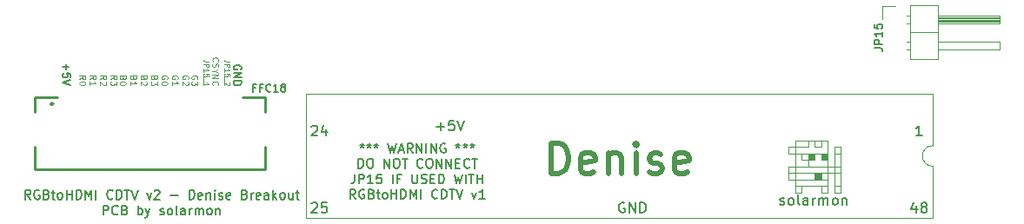
<source format=gbr>
G04 #@! TF.GenerationSoftware,KiCad,Pcbnew,(5.1.12)-1*
G04 #@! TF.CreationDate,2022-01-29T13:41:42+00:00*
G04 #@! TF.ProjectId,RGBtoHDMI CDTV v2 - Denise Breakout,52474274-6f48-4444-9d49-204344545620,v2*
G04 #@! TF.SameCoordinates,Original*
G04 #@! TF.FileFunction,Legend,Top*
G04 #@! TF.FilePolarity,Positive*
%FSLAX46Y46*%
G04 Gerber Fmt 4.6, Leading zero omitted, Abs format (unit mm)*
G04 Created by KiCad (PCBNEW (5.1.12)-1) date 2022-01-29 13:41:42*
%MOMM*%
%LPD*%
G01*
G04 APERTURE LIST*
%ADD10C,0.100000*%
%ADD11C,0.150000*%
%ADD12C,0.500000*%
%ADD13C,0.120000*%
%ADD14C,0.254000*%
G04 APERTURE END LIST*
D10*
X94761809Y-68893666D02*
X94404666Y-68893666D01*
X94333238Y-68869857D01*
X94285619Y-68822238D01*
X94261809Y-68750809D01*
X94261809Y-68703190D01*
X94261809Y-69131761D02*
X94761809Y-69131761D01*
X94761809Y-69322238D01*
X94738000Y-69369857D01*
X94714190Y-69393666D01*
X94666571Y-69417476D01*
X94595142Y-69417476D01*
X94547523Y-69393666D01*
X94523714Y-69369857D01*
X94499904Y-69322238D01*
X94499904Y-69131761D01*
X94261809Y-69893666D02*
X94261809Y-69607952D01*
X94261809Y-69750809D02*
X94761809Y-69750809D01*
X94690380Y-69703190D01*
X94642761Y-69655571D01*
X94618952Y-69607952D01*
X94761809Y-70346047D02*
X94761809Y-70107952D01*
X94523714Y-70084142D01*
X94547523Y-70107952D01*
X94571333Y-70155571D01*
X94571333Y-70274619D01*
X94547523Y-70322238D01*
X94523714Y-70346047D01*
X94476095Y-70369857D01*
X94357047Y-70369857D01*
X94309428Y-70346047D01*
X94285619Y-70322238D01*
X94261809Y-70274619D01*
X94261809Y-70155571D01*
X94285619Y-70107952D01*
X94309428Y-70084142D01*
X94214190Y-70465095D02*
X94214190Y-70846047D01*
X94714190Y-70941285D02*
X94738000Y-70965095D01*
X94761809Y-71012714D01*
X94761809Y-71131761D01*
X94738000Y-71179380D01*
X94714190Y-71203190D01*
X94666571Y-71227000D01*
X94618952Y-71227000D01*
X94547523Y-71203190D01*
X94261809Y-70917476D01*
X94261809Y-71227000D01*
X92729809Y-68893666D02*
X92372666Y-68893666D01*
X92301238Y-68869857D01*
X92253619Y-68822238D01*
X92229809Y-68750809D01*
X92229809Y-68703190D01*
X92229809Y-69131761D02*
X92729809Y-69131761D01*
X92729809Y-69322238D01*
X92706000Y-69369857D01*
X92682190Y-69393666D01*
X92634571Y-69417476D01*
X92563142Y-69417476D01*
X92515523Y-69393666D01*
X92491714Y-69369857D01*
X92467904Y-69322238D01*
X92467904Y-69131761D01*
X92229809Y-69893666D02*
X92229809Y-69607952D01*
X92229809Y-69750809D02*
X92729809Y-69750809D01*
X92658380Y-69703190D01*
X92610761Y-69655571D01*
X92586952Y-69607952D01*
X92729809Y-70346047D02*
X92729809Y-70107952D01*
X92491714Y-70084142D01*
X92515523Y-70107952D01*
X92539333Y-70155571D01*
X92539333Y-70274619D01*
X92515523Y-70322238D01*
X92491714Y-70346047D01*
X92444095Y-70369857D01*
X92325047Y-70369857D01*
X92277428Y-70346047D01*
X92253619Y-70322238D01*
X92229809Y-70274619D01*
X92229809Y-70155571D01*
X92253619Y-70107952D01*
X92277428Y-70084142D01*
X92182190Y-70465095D02*
X92182190Y-70846047D01*
X92229809Y-71227000D02*
X92229809Y-70941285D01*
X92229809Y-71084142D02*
X92729809Y-71084142D01*
X92658380Y-71036523D01*
X92610761Y-70988904D01*
X92586952Y-70941285D01*
D11*
X133223095Y-82685000D02*
X133127857Y-82637380D01*
X132985000Y-82637380D01*
X132842142Y-82685000D01*
X132746904Y-82780238D01*
X132699285Y-82875476D01*
X132651666Y-83065952D01*
X132651666Y-83208809D01*
X132699285Y-83399285D01*
X132746904Y-83494523D01*
X132842142Y-83589761D01*
X132985000Y-83637380D01*
X133080238Y-83637380D01*
X133223095Y-83589761D01*
X133270714Y-83542142D01*
X133270714Y-83208809D01*
X133080238Y-83208809D01*
X133699285Y-83637380D02*
X133699285Y-82637380D01*
X134270714Y-83637380D01*
X134270714Y-82637380D01*
X134746904Y-83637380D02*
X134746904Y-82637380D01*
X134985000Y-82637380D01*
X135127857Y-82685000D01*
X135223095Y-82780238D01*
X135270714Y-82875476D01*
X135318333Y-83065952D01*
X135318333Y-83208809D01*
X135270714Y-83399285D01*
X135223095Y-83494523D01*
X135127857Y-83589761D01*
X134985000Y-83637380D01*
X134746904Y-83637380D01*
X114919285Y-75255428D02*
X115681190Y-75255428D01*
X115300238Y-75636380D02*
X115300238Y-74874476D01*
X116633571Y-74636380D02*
X116157380Y-74636380D01*
X116109761Y-75112571D01*
X116157380Y-75064952D01*
X116252619Y-75017333D01*
X116490714Y-75017333D01*
X116585952Y-75064952D01*
X116633571Y-75112571D01*
X116681190Y-75207809D01*
X116681190Y-75445904D01*
X116633571Y-75541142D01*
X116585952Y-75588761D01*
X116490714Y-75636380D01*
X116252619Y-75636380D01*
X116157380Y-75588761D01*
X116109761Y-75541142D01*
X116966904Y-74636380D02*
X117300238Y-75636380D01*
X117633571Y-74636380D01*
X102743095Y-75239619D02*
X102790714Y-75192000D01*
X102885952Y-75144380D01*
X103124047Y-75144380D01*
X103219285Y-75192000D01*
X103266904Y-75239619D01*
X103314523Y-75334857D01*
X103314523Y-75430095D01*
X103266904Y-75572952D01*
X102695476Y-76144380D01*
X103314523Y-76144380D01*
X104171666Y-75477714D02*
X104171666Y-76144380D01*
X103933571Y-75096761D02*
X103695476Y-75811047D01*
X104314523Y-75811047D01*
X102743095Y-82732619D02*
X102790714Y-82685000D01*
X102885952Y-82637380D01*
X103124047Y-82637380D01*
X103219285Y-82685000D01*
X103266904Y-82732619D01*
X103314523Y-82827857D01*
X103314523Y-82923095D01*
X103266904Y-83065952D01*
X102695476Y-83637380D01*
X103314523Y-83637380D01*
X104219285Y-82637380D02*
X103743095Y-82637380D01*
X103695476Y-83113571D01*
X103743095Y-83065952D01*
X103838333Y-83018333D01*
X104076428Y-83018333D01*
X104171666Y-83065952D01*
X104219285Y-83113571D01*
X104266904Y-83208809D01*
X104266904Y-83446904D01*
X104219285Y-83542142D01*
X104171666Y-83589761D01*
X104076428Y-83637380D01*
X103838333Y-83637380D01*
X103743095Y-83589761D01*
X103695476Y-83542142D01*
X161639285Y-82970714D02*
X161639285Y-83637380D01*
X161401190Y-82589761D02*
X161163095Y-83304047D01*
X161782142Y-83304047D01*
X162305952Y-83065952D02*
X162210714Y-83018333D01*
X162163095Y-82970714D01*
X162115476Y-82875476D01*
X162115476Y-82827857D01*
X162163095Y-82732619D01*
X162210714Y-82685000D01*
X162305952Y-82637380D01*
X162496428Y-82637380D01*
X162591666Y-82685000D01*
X162639285Y-82732619D01*
X162686904Y-82827857D01*
X162686904Y-82875476D01*
X162639285Y-82970714D01*
X162591666Y-83018333D01*
X162496428Y-83065952D01*
X162305952Y-83065952D01*
X162210714Y-83113571D01*
X162163095Y-83161190D01*
X162115476Y-83256428D01*
X162115476Y-83446904D01*
X162163095Y-83542142D01*
X162210714Y-83589761D01*
X162305952Y-83637380D01*
X162496428Y-83637380D01*
X162591666Y-83589761D01*
X162639285Y-83542142D01*
X162686904Y-83446904D01*
X162686904Y-83256428D01*
X162639285Y-83161190D01*
X162591666Y-83113571D01*
X162496428Y-83065952D01*
X162210714Y-76144380D02*
X161639285Y-76144380D01*
X161925000Y-76144380D02*
X161925000Y-75144380D01*
X161829761Y-75287238D01*
X161734523Y-75382476D01*
X161639285Y-75430095D01*
X107672857Y-76886142D02*
X107672857Y-77100428D01*
X107458571Y-77014714D02*
X107672857Y-77100428D01*
X107887142Y-77014714D01*
X107544285Y-77271857D02*
X107672857Y-77100428D01*
X107801428Y-77271857D01*
X108358571Y-76886142D02*
X108358571Y-77100428D01*
X108144285Y-77014714D02*
X108358571Y-77100428D01*
X108572857Y-77014714D01*
X108230000Y-77271857D02*
X108358571Y-77100428D01*
X108487142Y-77271857D01*
X109044285Y-76886142D02*
X109044285Y-77100428D01*
X108830000Y-77014714D02*
X109044285Y-77100428D01*
X109258571Y-77014714D01*
X108915714Y-77271857D02*
X109044285Y-77100428D01*
X109172857Y-77271857D01*
X110201428Y-76886142D02*
X110415714Y-77786142D01*
X110587142Y-77143285D01*
X110758571Y-77786142D01*
X110972857Y-76886142D01*
X111272857Y-77529000D02*
X111701428Y-77529000D01*
X111187142Y-77786142D02*
X111487142Y-76886142D01*
X111787142Y-77786142D01*
X112601428Y-77786142D02*
X112301428Y-77357571D01*
X112087142Y-77786142D02*
X112087142Y-76886142D01*
X112430000Y-76886142D01*
X112515714Y-76929000D01*
X112558571Y-76971857D01*
X112601428Y-77057571D01*
X112601428Y-77186142D01*
X112558571Y-77271857D01*
X112515714Y-77314714D01*
X112430000Y-77357571D01*
X112087142Y-77357571D01*
X112987142Y-77786142D02*
X112987142Y-76886142D01*
X113501428Y-77786142D01*
X113501428Y-76886142D01*
X113930000Y-77786142D02*
X113930000Y-76886142D01*
X114358571Y-77786142D02*
X114358571Y-76886142D01*
X114872857Y-77786142D01*
X114872857Y-76886142D01*
X115772857Y-76929000D02*
X115687142Y-76886142D01*
X115558571Y-76886142D01*
X115430000Y-76929000D01*
X115344285Y-77014714D01*
X115301428Y-77100428D01*
X115258571Y-77271857D01*
X115258571Y-77400428D01*
X115301428Y-77571857D01*
X115344285Y-77657571D01*
X115430000Y-77743285D01*
X115558571Y-77786142D01*
X115644285Y-77786142D01*
X115772857Y-77743285D01*
X115815714Y-77700428D01*
X115815714Y-77400428D01*
X115644285Y-77400428D01*
X117015714Y-76886142D02*
X117015714Y-77100428D01*
X116801428Y-77014714D02*
X117015714Y-77100428D01*
X117230000Y-77014714D01*
X116887142Y-77271857D02*
X117015714Y-77100428D01*
X117144285Y-77271857D01*
X117701428Y-76886142D02*
X117701428Y-77100428D01*
X117487142Y-77014714D02*
X117701428Y-77100428D01*
X117915714Y-77014714D01*
X117572857Y-77271857D02*
X117701428Y-77100428D01*
X117830000Y-77271857D01*
X118387142Y-76886142D02*
X118387142Y-77100428D01*
X118172857Y-77014714D02*
X118387142Y-77100428D01*
X118601428Y-77014714D01*
X118258571Y-77271857D02*
X118387142Y-77100428D01*
X118515714Y-77271857D01*
X107287142Y-79286142D02*
X107287142Y-78386142D01*
X107501428Y-78386142D01*
X107630000Y-78429000D01*
X107715714Y-78514714D01*
X107758571Y-78600428D01*
X107801428Y-78771857D01*
X107801428Y-78900428D01*
X107758571Y-79071857D01*
X107715714Y-79157571D01*
X107630000Y-79243285D01*
X107501428Y-79286142D01*
X107287142Y-79286142D01*
X108358571Y-78386142D02*
X108530000Y-78386142D01*
X108615714Y-78429000D01*
X108701428Y-78514714D01*
X108744285Y-78686142D01*
X108744285Y-78986142D01*
X108701428Y-79157571D01*
X108615714Y-79243285D01*
X108530000Y-79286142D01*
X108358571Y-79286142D01*
X108272857Y-79243285D01*
X108187142Y-79157571D01*
X108144285Y-78986142D01*
X108144285Y-78686142D01*
X108187142Y-78514714D01*
X108272857Y-78429000D01*
X108358571Y-78386142D01*
X109815714Y-79286142D02*
X109815714Y-78386142D01*
X110330000Y-79286142D01*
X110330000Y-78386142D01*
X110930000Y-78386142D02*
X111101428Y-78386142D01*
X111187142Y-78429000D01*
X111272857Y-78514714D01*
X111315714Y-78686142D01*
X111315714Y-78986142D01*
X111272857Y-79157571D01*
X111187142Y-79243285D01*
X111101428Y-79286142D01*
X110930000Y-79286142D01*
X110844285Y-79243285D01*
X110758571Y-79157571D01*
X110715714Y-78986142D01*
X110715714Y-78686142D01*
X110758571Y-78514714D01*
X110844285Y-78429000D01*
X110930000Y-78386142D01*
X111572857Y-78386142D02*
X112087142Y-78386142D01*
X111830000Y-79286142D02*
X111830000Y-78386142D01*
X113587142Y-79200428D02*
X113544285Y-79243285D01*
X113415714Y-79286142D01*
X113330000Y-79286142D01*
X113201428Y-79243285D01*
X113115714Y-79157571D01*
X113072857Y-79071857D01*
X113030000Y-78900428D01*
X113030000Y-78771857D01*
X113072857Y-78600428D01*
X113115714Y-78514714D01*
X113201428Y-78429000D01*
X113330000Y-78386142D01*
X113415714Y-78386142D01*
X113544285Y-78429000D01*
X113587142Y-78471857D01*
X114144285Y-78386142D02*
X114315714Y-78386142D01*
X114401428Y-78429000D01*
X114487142Y-78514714D01*
X114530000Y-78686142D01*
X114530000Y-78986142D01*
X114487142Y-79157571D01*
X114401428Y-79243285D01*
X114315714Y-79286142D01*
X114144285Y-79286142D01*
X114058571Y-79243285D01*
X113972857Y-79157571D01*
X113930000Y-78986142D01*
X113930000Y-78686142D01*
X113972857Y-78514714D01*
X114058571Y-78429000D01*
X114144285Y-78386142D01*
X114915714Y-79286142D02*
X114915714Y-78386142D01*
X115430000Y-79286142D01*
X115430000Y-78386142D01*
X115858571Y-79286142D02*
X115858571Y-78386142D01*
X116372857Y-79286142D01*
X116372857Y-78386142D01*
X116801428Y-78814714D02*
X117101428Y-78814714D01*
X117230000Y-79286142D02*
X116801428Y-79286142D01*
X116801428Y-78386142D01*
X117230000Y-78386142D01*
X118130000Y-79200428D02*
X118087142Y-79243285D01*
X117958571Y-79286142D01*
X117872857Y-79286142D01*
X117744285Y-79243285D01*
X117658571Y-79157571D01*
X117615714Y-79071857D01*
X117572857Y-78900428D01*
X117572857Y-78771857D01*
X117615714Y-78600428D01*
X117658571Y-78514714D01*
X117744285Y-78429000D01*
X117872857Y-78386142D01*
X117958571Y-78386142D01*
X118087142Y-78429000D01*
X118130000Y-78471857D01*
X118387142Y-78386142D02*
X118901428Y-78386142D01*
X118644285Y-79286142D02*
X118644285Y-78386142D01*
X106922857Y-79886142D02*
X106922857Y-80529000D01*
X106880000Y-80657571D01*
X106794285Y-80743285D01*
X106665714Y-80786142D01*
X106580000Y-80786142D01*
X107351428Y-80786142D02*
X107351428Y-79886142D01*
X107694285Y-79886142D01*
X107780000Y-79929000D01*
X107822857Y-79971857D01*
X107865714Y-80057571D01*
X107865714Y-80186142D01*
X107822857Y-80271857D01*
X107780000Y-80314714D01*
X107694285Y-80357571D01*
X107351428Y-80357571D01*
X108722857Y-80786142D02*
X108208571Y-80786142D01*
X108465714Y-80786142D02*
X108465714Y-79886142D01*
X108380000Y-80014714D01*
X108294285Y-80100428D01*
X108208571Y-80143285D01*
X109537142Y-79886142D02*
X109108571Y-79886142D01*
X109065714Y-80314714D01*
X109108571Y-80271857D01*
X109194285Y-80229000D01*
X109408571Y-80229000D01*
X109494285Y-80271857D01*
X109537142Y-80314714D01*
X109580000Y-80400428D01*
X109580000Y-80614714D01*
X109537142Y-80700428D01*
X109494285Y-80743285D01*
X109408571Y-80786142D01*
X109194285Y-80786142D01*
X109108571Y-80743285D01*
X109065714Y-80700428D01*
X110651428Y-80786142D02*
X110651428Y-79886142D01*
X111380000Y-80314714D02*
X111080000Y-80314714D01*
X111080000Y-80786142D02*
X111080000Y-79886142D01*
X111508571Y-79886142D01*
X112537142Y-79886142D02*
X112537142Y-80614714D01*
X112580000Y-80700428D01*
X112622857Y-80743285D01*
X112708571Y-80786142D01*
X112880000Y-80786142D01*
X112965714Y-80743285D01*
X113008571Y-80700428D01*
X113051428Y-80614714D01*
X113051428Y-79886142D01*
X113437142Y-80743285D02*
X113565714Y-80786142D01*
X113780000Y-80786142D01*
X113865714Y-80743285D01*
X113908571Y-80700428D01*
X113951428Y-80614714D01*
X113951428Y-80529000D01*
X113908571Y-80443285D01*
X113865714Y-80400428D01*
X113780000Y-80357571D01*
X113608571Y-80314714D01*
X113522857Y-80271857D01*
X113480000Y-80229000D01*
X113437142Y-80143285D01*
X113437142Y-80057571D01*
X113480000Y-79971857D01*
X113522857Y-79929000D01*
X113608571Y-79886142D01*
X113822857Y-79886142D01*
X113951428Y-79929000D01*
X114337142Y-80314714D02*
X114637142Y-80314714D01*
X114765714Y-80786142D02*
X114337142Y-80786142D01*
X114337142Y-79886142D01*
X114765714Y-79886142D01*
X115151428Y-80786142D02*
X115151428Y-79886142D01*
X115365714Y-79886142D01*
X115494285Y-79929000D01*
X115580000Y-80014714D01*
X115622857Y-80100428D01*
X115665714Y-80271857D01*
X115665714Y-80400428D01*
X115622857Y-80571857D01*
X115580000Y-80657571D01*
X115494285Y-80743285D01*
X115365714Y-80786142D01*
X115151428Y-80786142D01*
X116651428Y-79886142D02*
X116865714Y-80786142D01*
X117037142Y-80143285D01*
X117208571Y-80786142D01*
X117422857Y-79886142D01*
X117765714Y-80786142D02*
X117765714Y-79886142D01*
X118065714Y-79886142D02*
X118580000Y-79886142D01*
X118322857Y-80786142D02*
X118322857Y-79886142D01*
X118880000Y-80786142D02*
X118880000Y-79886142D01*
X118880000Y-80314714D02*
X119394285Y-80314714D01*
X119394285Y-80786142D02*
X119394285Y-79886142D01*
X107008571Y-82286142D02*
X106708571Y-81857571D01*
X106494285Y-82286142D02*
X106494285Y-81386142D01*
X106837142Y-81386142D01*
X106922857Y-81429000D01*
X106965714Y-81471857D01*
X107008571Y-81557571D01*
X107008571Y-81686142D01*
X106965714Y-81771857D01*
X106922857Y-81814714D01*
X106837142Y-81857571D01*
X106494285Y-81857571D01*
X107865714Y-81429000D02*
X107780000Y-81386142D01*
X107651428Y-81386142D01*
X107522857Y-81429000D01*
X107437142Y-81514714D01*
X107394285Y-81600428D01*
X107351428Y-81771857D01*
X107351428Y-81900428D01*
X107394285Y-82071857D01*
X107437142Y-82157571D01*
X107522857Y-82243285D01*
X107651428Y-82286142D01*
X107737142Y-82286142D01*
X107865714Y-82243285D01*
X107908571Y-82200428D01*
X107908571Y-81900428D01*
X107737142Y-81900428D01*
X108594285Y-81814714D02*
X108722857Y-81857571D01*
X108765714Y-81900428D01*
X108808571Y-81986142D01*
X108808571Y-82114714D01*
X108765714Y-82200428D01*
X108722857Y-82243285D01*
X108637142Y-82286142D01*
X108294285Y-82286142D01*
X108294285Y-81386142D01*
X108594285Y-81386142D01*
X108680000Y-81429000D01*
X108722857Y-81471857D01*
X108765714Y-81557571D01*
X108765714Y-81643285D01*
X108722857Y-81729000D01*
X108680000Y-81771857D01*
X108594285Y-81814714D01*
X108294285Y-81814714D01*
X109065714Y-81686142D02*
X109408571Y-81686142D01*
X109194285Y-81386142D02*
X109194285Y-82157571D01*
X109237142Y-82243285D01*
X109322857Y-82286142D01*
X109408571Y-82286142D01*
X109837142Y-82286142D02*
X109751428Y-82243285D01*
X109708571Y-82200428D01*
X109665714Y-82114714D01*
X109665714Y-81857571D01*
X109708571Y-81771857D01*
X109751428Y-81729000D01*
X109837142Y-81686142D01*
X109965714Y-81686142D01*
X110051428Y-81729000D01*
X110094285Y-81771857D01*
X110137142Y-81857571D01*
X110137142Y-82114714D01*
X110094285Y-82200428D01*
X110051428Y-82243285D01*
X109965714Y-82286142D01*
X109837142Y-82286142D01*
X110522857Y-82286142D02*
X110522857Y-81386142D01*
X110522857Y-81814714D02*
X111037142Y-81814714D01*
X111037142Y-82286142D02*
X111037142Y-81386142D01*
X111465714Y-82286142D02*
X111465714Y-81386142D01*
X111680000Y-81386142D01*
X111808571Y-81429000D01*
X111894285Y-81514714D01*
X111937142Y-81600428D01*
X111980000Y-81771857D01*
X111980000Y-81900428D01*
X111937142Y-82071857D01*
X111894285Y-82157571D01*
X111808571Y-82243285D01*
X111680000Y-82286142D01*
X111465714Y-82286142D01*
X112365714Y-82286142D02*
X112365714Y-81386142D01*
X112665714Y-82029000D01*
X112965714Y-81386142D01*
X112965714Y-82286142D01*
X113394285Y-82286142D02*
X113394285Y-81386142D01*
X115022857Y-82200428D02*
X114980000Y-82243285D01*
X114851428Y-82286142D01*
X114765714Y-82286142D01*
X114637142Y-82243285D01*
X114551428Y-82157571D01*
X114508571Y-82071857D01*
X114465714Y-81900428D01*
X114465714Y-81771857D01*
X114508571Y-81600428D01*
X114551428Y-81514714D01*
X114637142Y-81429000D01*
X114765714Y-81386142D01*
X114851428Y-81386142D01*
X114980000Y-81429000D01*
X115022857Y-81471857D01*
X115408571Y-82286142D02*
X115408571Y-81386142D01*
X115622857Y-81386142D01*
X115751428Y-81429000D01*
X115837142Y-81514714D01*
X115880000Y-81600428D01*
X115922857Y-81771857D01*
X115922857Y-81900428D01*
X115880000Y-82071857D01*
X115837142Y-82157571D01*
X115751428Y-82243285D01*
X115622857Y-82286142D01*
X115408571Y-82286142D01*
X116180000Y-81386142D02*
X116694285Y-81386142D01*
X116437142Y-82286142D02*
X116437142Y-81386142D01*
X116865714Y-81386142D02*
X117165714Y-82286142D01*
X117465714Y-81386142D01*
X118365714Y-81686142D02*
X118580000Y-82286142D01*
X118794285Y-81686142D01*
X119608571Y-82286142D02*
X119094285Y-82286142D01*
X119351428Y-82286142D02*
X119351428Y-81386142D01*
X119265714Y-81514714D01*
X119180000Y-81600428D01*
X119094285Y-81643285D01*
X148376095Y-82827761D02*
X148471333Y-82875380D01*
X148661809Y-82875380D01*
X148757047Y-82827761D01*
X148804666Y-82732523D01*
X148804666Y-82684904D01*
X148757047Y-82589666D01*
X148661809Y-82542047D01*
X148518952Y-82542047D01*
X148423714Y-82494428D01*
X148376095Y-82399190D01*
X148376095Y-82351571D01*
X148423714Y-82256333D01*
X148518952Y-82208714D01*
X148661809Y-82208714D01*
X148757047Y-82256333D01*
X149376095Y-82875380D02*
X149280857Y-82827761D01*
X149233238Y-82780142D01*
X149185619Y-82684904D01*
X149185619Y-82399190D01*
X149233238Y-82303952D01*
X149280857Y-82256333D01*
X149376095Y-82208714D01*
X149518952Y-82208714D01*
X149614190Y-82256333D01*
X149661809Y-82303952D01*
X149709428Y-82399190D01*
X149709428Y-82684904D01*
X149661809Y-82780142D01*
X149614190Y-82827761D01*
X149518952Y-82875380D01*
X149376095Y-82875380D01*
X150280857Y-82875380D02*
X150185619Y-82827761D01*
X150138000Y-82732523D01*
X150138000Y-81875380D01*
X151090380Y-82875380D02*
X151090380Y-82351571D01*
X151042761Y-82256333D01*
X150947523Y-82208714D01*
X150757047Y-82208714D01*
X150661809Y-82256333D01*
X151090380Y-82827761D02*
X150995142Y-82875380D01*
X150757047Y-82875380D01*
X150661809Y-82827761D01*
X150614190Y-82732523D01*
X150614190Y-82637285D01*
X150661809Y-82542047D01*
X150757047Y-82494428D01*
X150995142Y-82494428D01*
X151090380Y-82446809D01*
X151566571Y-82875380D02*
X151566571Y-82208714D01*
X151566571Y-82399190D02*
X151614190Y-82303952D01*
X151661809Y-82256333D01*
X151757047Y-82208714D01*
X151852285Y-82208714D01*
X152185619Y-82875380D02*
X152185619Y-82208714D01*
X152185619Y-82303952D02*
X152233238Y-82256333D01*
X152328476Y-82208714D01*
X152471333Y-82208714D01*
X152566571Y-82256333D01*
X152614190Y-82351571D01*
X152614190Y-82875380D01*
X152614190Y-82351571D02*
X152661809Y-82256333D01*
X152757047Y-82208714D01*
X152899904Y-82208714D01*
X152995142Y-82256333D01*
X153042761Y-82351571D01*
X153042761Y-82875380D01*
X153661809Y-82875380D02*
X153566571Y-82827761D01*
X153518952Y-82780142D01*
X153471333Y-82684904D01*
X153471333Y-82399190D01*
X153518952Y-82303952D01*
X153566571Y-82256333D01*
X153661809Y-82208714D01*
X153804666Y-82208714D01*
X153899904Y-82256333D01*
X153947523Y-82303952D01*
X153995142Y-82399190D01*
X153995142Y-82684904D01*
X153947523Y-82780142D01*
X153899904Y-82827761D01*
X153804666Y-82875380D01*
X153661809Y-82875380D01*
X154423714Y-82208714D02*
X154423714Y-82875380D01*
X154423714Y-82303952D02*
X154471333Y-82256333D01*
X154566571Y-82208714D01*
X154709428Y-82208714D01*
X154804666Y-82256333D01*
X154852285Y-82351571D01*
X154852285Y-82875380D01*
D12*
X126072142Y-79843142D02*
X126072142Y-76843142D01*
X126786428Y-76843142D01*
X127215000Y-76986000D01*
X127500714Y-77271714D01*
X127643571Y-77557428D01*
X127786428Y-78128857D01*
X127786428Y-78557428D01*
X127643571Y-79128857D01*
X127500714Y-79414571D01*
X127215000Y-79700285D01*
X126786428Y-79843142D01*
X126072142Y-79843142D01*
X130215000Y-79700285D02*
X129929285Y-79843142D01*
X129357857Y-79843142D01*
X129072142Y-79700285D01*
X128929285Y-79414571D01*
X128929285Y-78271714D01*
X129072142Y-77986000D01*
X129357857Y-77843142D01*
X129929285Y-77843142D01*
X130215000Y-77986000D01*
X130357857Y-78271714D01*
X130357857Y-78557428D01*
X128929285Y-78843142D01*
X131643571Y-77843142D02*
X131643571Y-79843142D01*
X131643571Y-78128857D02*
X131786428Y-77986000D01*
X132072142Y-77843142D01*
X132500714Y-77843142D01*
X132786428Y-77986000D01*
X132929285Y-78271714D01*
X132929285Y-79843142D01*
X134357857Y-79843142D02*
X134357857Y-77843142D01*
X134357857Y-76843142D02*
X134215000Y-76986000D01*
X134357857Y-77128857D01*
X134500714Y-76986000D01*
X134357857Y-76843142D01*
X134357857Y-77128857D01*
X135643571Y-79700285D02*
X135929285Y-79843142D01*
X136500714Y-79843142D01*
X136786428Y-79700285D01*
X136929285Y-79414571D01*
X136929285Y-79271714D01*
X136786428Y-78986000D01*
X136500714Y-78843142D01*
X136072142Y-78843142D01*
X135786428Y-78700285D01*
X135643571Y-78414571D01*
X135643571Y-78271714D01*
X135786428Y-77986000D01*
X136072142Y-77843142D01*
X136500714Y-77843142D01*
X136786428Y-77986000D01*
X139357857Y-79700285D02*
X139072142Y-79843142D01*
X138500714Y-79843142D01*
X138215000Y-79700285D01*
X138072142Y-79414571D01*
X138072142Y-78271714D01*
X138215000Y-77986000D01*
X138500714Y-77843142D01*
X139072142Y-77843142D01*
X139357857Y-77986000D01*
X139500714Y-78271714D01*
X139500714Y-78557428D01*
X138072142Y-78843142D01*
D11*
X75366571Y-82334142D02*
X75066571Y-81905571D01*
X74852285Y-82334142D02*
X74852285Y-81434142D01*
X75195142Y-81434142D01*
X75280857Y-81477000D01*
X75323714Y-81519857D01*
X75366571Y-81605571D01*
X75366571Y-81734142D01*
X75323714Y-81819857D01*
X75280857Y-81862714D01*
X75195142Y-81905571D01*
X74852285Y-81905571D01*
X76223714Y-81477000D02*
X76138000Y-81434142D01*
X76009428Y-81434142D01*
X75880857Y-81477000D01*
X75795142Y-81562714D01*
X75752285Y-81648428D01*
X75709428Y-81819857D01*
X75709428Y-81948428D01*
X75752285Y-82119857D01*
X75795142Y-82205571D01*
X75880857Y-82291285D01*
X76009428Y-82334142D01*
X76095142Y-82334142D01*
X76223714Y-82291285D01*
X76266571Y-82248428D01*
X76266571Y-81948428D01*
X76095142Y-81948428D01*
X76952285Y-81862714D02*
X77080857Y-81905571D01*
X77123714Y-81948428D01*
X77166571Y-82034142D01*
X77166571Y-82162714D01*
X77123714Y-82248428D01*
X77080857Y-82291285D01*
X76995142Y-82334142D01*
X76652285Y-82334142D01*
X76652285Y-81434142D01*
X76952285Y-81434142D01*
X77038000Y-81477000D01*
X77080857Y-81519857D01*
X77123714Y-81605571D01*
X77123714Y-81691285D01*
X77080857Y-81777000D01*
X77038000Y-81819857D01*
X76952285Y-81862714D01*
X76652285Y-81862714D01*
X77423714Y-81734142D02*
X77766571Y-81734142D01*
X77552285Y-81434142D02*
X77552285Y-82205571D01*
X77595142Y-82291285D01*
X77680857Y-82334142D01*
X77766571Y-82334142D01*
X78195142Y-82334142D02*
X78109428Y-82291285D01*
X78066571Y-82248428D01*
X78023714Y-82162714D01*
X78023714Y-81905571D01*
X78066571Y-81819857D01*
X78109428Y-81777000D01*
X78195142Y-81734142D01*
X78323714Y-81734142D01*
X78409428Y-81777000D01*
X78452285Y-81819857D01*
X78495142Y-81905571D01*
X78495142Y-82162714D01*
X78452285Y-82248428D01*
X78409428Y-82291285D01*
X78323714Y-82334142D01*
X78195142Y-82334142D01*
X78880857Y-82334142D02*
X78880857Y-81434142D01*
X78880857Y-81862714D02*
X79395142Y-81862714D01*
X79395142Y-82334142D02*
X79395142Y-81434142D01*
X79823714Y-82334142D02*
X79823714Y-81434142D01*
X80038000Y-81434142D01*
X80166571Y-81477000D01*
X80252285Y-81562714D01*
X80295142Y-81648428D01*
X80338000Y-81819857D01*
X80338000Y-81948428D01*
X80295142Y-82119857D01*
X80252285Y-82205571D01*
X80166571Y-82291285D01*
X80038000Y-82334142D01*
X79823714Y-82334142D01*
X80723714Y-82334142D02*
X80723714Y-81434142D01*
X81023714Y-82077000D01*
X81323714Y-81434142D01*
X81323714Y-82334142D01*
X81752285Y-82334142D02*
X81752285Y-81434142D01*
X83380857Y-82248428D02*
X83338000Y-82291285D01*
X83209428Y-82334142D01*
X83123714Y-82334142D01*
X82995142Y-82291285D01*
X82909428Y-82205571D01*
X82866571Y-82119857D01*
X82823714Y-81948428D01*
X82823714Y-81819857D01*
X82866571Y-81648428D01*
X82909428Y-81562714D01*
X82995142Y-81477000D01*
X83123714Y-81434142D01*
X83209428Y-81434142D01*
X83338000Y-81477000D01*
X83380857Y-81519857D01*
X83766571Y-82334142D02*
X83766571Y-81434142D01*
X83980857Y-81434142D01*
X84109428Y-81477000D01*
X84195142Y-81562714D01*
X84238000Y-81648428D01*
X84280857Y-81819857D01*
X84280857Y-81948428D01*
X84238000Y-82119857D01*
X84195142Y-82205571D01*
X84109428Y-82291285D01*
X83980857Y-82334142D01*
X83766571Y-82334142D01*
X84538000Y-81434142D02*
X85052285Y-81434142D01*
X84795142Y-82334142D02*
X84795142Y-81434142D01*
X85223714Y-81434142D02*
X85523714Y-82334142D01*
X85823714Y-81434142D01*
X86723714Y-81734142D02*
X86938000Y-82334142D01*
X87152285Y-81734142D01*
X87452285Y-81519857D02*
X87495142Y-81477000D01*
X87580857Y-81434142D01*
X87795142Y-81434142D01*
X87880857Y-81477000D01*
X87923714Y-81519857D01*
X87966571Y-81605571D01*
X87966571Y-81691285D01*
X87923714Y-81819857D01*
X87409428Y-82334142D01*
X87966571Y-82334142D01*
X89038000Y-81991285D02*
X89723714Y-81991285D01*
X90838000Y-82334142D02*
X90838000Y-81434142D01*
X91052285Y-81434142D01*
X91180857Y-81477000D01*
X91266571Y-81562714D01*
X91309428Y-81648428D01*
X91352285Y-81819857D01*
X91352285Y-81948428D01*
X91309428Y-82119857D01*
X91266571Y-82205571D01*
X91180857Y-82291285D01*
X91052285Y-82334142D01*
X90838000Y-82334142D01*
X92080857Y-82291285D02*
X91995142Y-82334142D01*
X91823714Y-82334142D01*
X91738000Y-82291285D01*
X91695142Y-82205571D01*
X91695142Y-81862714D01*
X91738000Y-81777000D01*
X91823714Y-81734142D01*
X91995142Y-81734142D01*
X92080857Y-81777000D01*
X92123714Y-81862714D01*
X92123714Y-81948428D01*
X91695142Y-82034142D01*
X92509428Y-81734142D02*
X92509428Y-82334142D01*
X92509428Y-81819857D02*
X92552285Y-81777000D01*
X92638000Y-81734142D01*
X92766571Y-81734142D01*
X92852285Y-81777000D01*
X92895142Y-81862714D01*
X92895142Y-82334142D01*
X93323714Y-82334142D02*
X93323714Y-81734142D01*
X93323714Y-81434142D02*
X93280857Y-81477000D01*
X93323714Y-81519857D01*
X93366571Y-81477000D01*
X93323714Y-81434142D01*
X93323714Y-81519857D01*
X93709428Y-82291285D02*
X93795142Y-82334142D01*
X93966571Y-82334142D01*
X94052285Y-82291285D01*
X94095142Y-82205571D01*
X94095142Y-82162714D01*
X94052285Y-82077000D01*
X93966571Y-82034142D01*
X93838000Y-82034142D01*
X93752285Y-81991285D01*
X93709428Y-81905571D01*
X93709428Y-81862714D01*
X93752285Y-81777000D01*
X93838000Y-81734142D01*
X93966571Y-81734142D01*
X94052285Y-81777000D01*
X94823714Y-82291285D02*
X94738000Y-82334142D01*
X94566571Y-82334142D01*
X94480857Y-82291285D01*
X94438000Y-82205571D01*
X94438000Y-81862714D01*
X94480857Y-81777000D01*
X94566571Y-81734142D01*
X94738000Y-81734142D01*
X94823714Y-81777000D01*
X94866571Y-81862714D01*
X94866571Y-81948428D01*
X94438000Y-82034142D01*
X96238000Y-81862714D02*
X96366571Y-81905571D01*
X96409428Y-81948428D01*
X96452285Y-82034142D01*
X96452285Y-82162714D01*
X96409428Y-82248428D01*
X96366571Y-82291285D01*
X96280857Y-82334142D01*
X95938000Y-82334142D01*
X95938000Y-81434142D01*
X96238000Y-81434142D01*
X96323714Y-81477000D01*
X96366571Y-81519857D01*
X96409428Y-81605571D01*
X96409428Y-81691285D01*
X96366571Y-81777000D01*
X96323714Y-81819857D01*
X96238000Y-81862714D01*
X95938000Y-81862714D01*
X96838000Y-82334142D02*
X96838000Y-81734142D01*
X96838000Y-81905571D02*
X96880857Y-81819857D01*
X96923714Y-81777000D01*
X97009428Y-81734142D01*
X97095142Y-81734142D01*
X97738000Y-82291285D02*
X97652285Y-82334142D01*
X97480857Y-82334142D01*
X97395142Y-82291285D01*
X97352285Y-82205571D01*
X97352285Y-81862714D01*
X97395142Y-81777000D01*
X97480857Y-81734142D01*
X97652285Y-81734142D01*
X97738000Y-81777000D01*
X97780857Y-81862714D01*
X97780857Y-81948428D01*
X97352285Y-82034142D01*
X98552285Y-82334142D02*
X98552285Y-81862714D01*
X98509428Y-81777000D01*
X98423714Y-81734142D01*
X98252285Y-81734142D01*
X98166571Y-81777000D01*
X98552285Y-82291285D02*
X98466571Y-82334142D01*
X98252285Y-82334142D01*
X98166571Y-82291285D01*
X98123714Y-82205571D01*
X98123714Y-82119857D01*
X98166571Y-82034142D01*
X98252285Y-81991285D01*
X98466571Y-81991285D01*
X98552285Y-81948428D01*
X98980857Y-82334142D02*
X98980857Y-81434142D01*
X99066571Y-81991285D02*
X99323714Y-82334142D01*
X99323714Y-81734142D02*
X98980857Y-82077000D01*
X99838000Y-82334142D02*
X99752285Y-82291285D01*
X99709428Y-82248428D01*
X99666571Y-82162714D01*
X99666571Y-81905571D01*
X99709428Y-81819857D01*
X99752285Y-81777000D01*
X99838000Y-81734142D01*
X99966571Y-81734142D01*
X100052285Y-81777000D01*
X100095142Y-81819857D01*
X100138000Y-81905571D01*
X100138000Y-82162714D01*
X100095142Y-82248428D01*
X100052285Y-82291285D01*
X99966571Y-82334142D01*
X99838000Y-82334142D01*
X100909428Y-81734142D02*
X100909428Y-82334142D01*
X100523714Y-81734142D02*
X100523714Y-82205571D01*
X100566571Y-82291285D01*
X100652285Y-82334142D01*
X100780857Y-82334142D01*
X100866571Y-82291285D01*
X100909428Y-82248428D01*
X101209428Y-81734142D02*
X101552285Y-81734142D01*
X101337999Y-81434142D02*
X101337999Y-82205571D01*
X101380857Y-82291285D01*
X101466571Y-82334142D01*
X101552285Y-82334142D01*
X82459428Y-83834142D02*
X82459428Y-82934142D01*
X82802285Y-82934142D01*
X82888000Y-82977000D01*
X82930857Y-83019857D01*
X82973714Y-83105571D01*
X82973714Y-83234142D01*
X82930857Y-83319857D01*
X82888000Y-83362714D01*
X82802285Y-83405571D01*
X82459428Y-83405571D01*
X83873714Y-83748428D02*
X83830857Y-83791285D01*
X83702285Y-83834142D01*
X83616571Y-83834142D01*
X83488000Y-83791285D01*
X83402285Y-83705571D01*
X83359428Y-83619857D01*
X83316571Y-83448428D01*
X83316571Y-83319857D01*
X83359428Y-83148428D01*
X83402285Y-83062714D01*
X83488000Y-82977000D01*
X83616571Y-82934142D01*
X83702285Y-82934142D01*
X83830857Y-82977000D01*
X83873714Y-83019857D01*
X84559428Y-83362714D02*
X84688000Y-83405571D01*
X84730857Y-83448428D01*
X84773714Y-83534142D01*
X84773714Y-83662714D01*
X84730857Y-83748428D01*
X84688000Y-83791285D01*
X84602285Y-83834142D01*
X84259428Y-83834142D01*
X84259428Y-82934142D01*
X84559428Y-82934142D01*
X84645142Y-82977000D01*
X84688000Y-83019857D01*
X84730857Y-83105571D01*
X84730857Y-83191285D01*
X84688000Y-83277000D01*
X84645142Y-83319857D01*
X84559428Y-83362714D01*
X84259428Y-83362714D01*
X85845142Y-83834142D02*
X85845142Y-82934142D01*
X85845142Y-83277000D02*
X85930857Y-83234142D01*
X86102285Y-83234142D01*
X86188000Y-83277000D01*
X86230857Y-83319857D01*
X86273714Y-83405571D01*
X86273714Y-83662714D01*
X86230857Y-83748428D01*
X86188000Y-83791285D01*
X86102285Y-83834142D01*
X85930857Y-83834142D01*
X85845142Y-83791285D01*
X86573714Y-83234142D02*
X86788000Y-83834142D01*
X87002285Y-83234142D02*
X86788000Y-83834142D01*
X86702285Y-84048428D01*
X86659428Y-84091285D01*
X86573714Y-84134142D01*
X87988000Y-83791285D02*
X88073714Y-83834142D01*
X88245142Y-83834142D01*
X88330857Y-83791285D01*
X88373714Y-83705571D01*
X88373714Y-83662714D01*
X88330857Y-83577000D01*
X88245142Y-83534142D01*
X88116571Y-83534142D01*
X88030857Y-83491285D01*
X87988000Y-83405571D01*
X87988000Y-83362714D01*
X88030857Y-83277000D01*
X88116571Y-83234142D01*
X88245142Y-83234142D01*
X88330857Y-83277000D01*
X88888000Y-83834142D02*
X88802285Y-83791285D01*
X88759428Y-83748428D01*
X88716571Y-83662714D01*
X88716571Y-83405571D01*
X88759428Y-83319857D01*
X88802285Y-83277000D01*
X88888000Y-83234142D01*
X89016571Y-83234142D01*
X89102285Y-83277000D01*
X89145142Y-83319857D01*
X89188000Y-83405571D01*
X89188000Y-83662714D01*
X89145142Y-83748428D01*
X89102285Y-83791285D01*
X89016571Y-83834142D01*
X88888000Y-83834142D01*
X89702285Y-83834142D02*
X89616571Y-83791285D01*
X89573714Y-83705571D01*
X89573714Y-82934142D01*
X90430857Y-83834142D02*
X90430857Y-83362714D01*
X90388000Y-83277000D01*
X90302285Y-83234142D01*
X90130857Y-83234142D01*
X90045142Y-83277000D01*
X90430857Y-83791285D02*
X90345142Y-83834142D01*
X90130857Y-83834142D01*
X90045142Y-83791285D01*
X90002285Y-83705571D01*
X90002285Y-83619857D01*
X90045142Y-83534142D01*
X90130857Y-83491285D01*
X90345142Y-83491285D01*
X90430857Y-83448428D01*
X90859428Y-83834142D02*
X90859428Y-83234142D01*
X90859428Y-83405571D02*
X90902285Y-83319857D01*
X90945142Y-83277000D01*
X91030857Y-83234142D01*
X91116571Y-83234142D01*
X91416571Y-83834142D02*
X91416571Y-83234142D01*
X91416571Y-83319857D02*
X91459428Y-83277000D01*
X91545142Y-83234142D01*
X91673714Y-83234142D01*
X91759428Y-83277000D01*
X91802285Y-83362714D01*
X91802285Y-83834142D01*
X91802285Y-83362714D02*
X91845142Y-83277000D01*
X91930857Y-83234142D01*
X92059428Y-83234142D01*
X92145142Y-83277000D01*
X92188000Y-83362714D01*
X92188000Y-83834142D01*
X92745142Y-83834142D02*
X92659428Y-83791285D01*
X92616571Y-83748428D01*
X92573714Y-83662714D01*
X92573714Y-83405571D01*
X92616571Y-83319857D01*
X92659428Y-83277000D01*
X92745142Y-83234142D01*
X92873714Y-83234142D01*
X92959428Y-83277000D01*
X93002285Y-83319857D01*
X93045142Y-83405571D01*
X93045142Y-83662714D01*
X93002285Y-83748428D01*
X92959428Y-83791285D01*
X92873714Y-83834142D01*
X92745142Y-83834142D01*
X93430857Y-83234142D02*
X93430857Y-83834142D01*
X93430857Y-83319857D02*
X93473714Y-83277000D01*
X93559428Y-83234142D01*
X93688000Y-83234142D01*
X93773714Y-83277000D01*
X93816571Y-83362714D01*
X93816571Y-83834142D01*
D10*
X82151571Y-70639000D02*
X82437285Y-70439000D01*
X82151571Y-70296142D02*
X82751571Y-70296142D01*
X82751571Y-70524714D01*
X82723000Y-70581857D01*
X82694428Y-70610428D01*
X82637285Y-70639000D01*
X82551571Y-70639000D01*
X82494428Y-70610428D01*
X82465857Y-70581857D01*
X82437285Y-70524714D01*
X82437285Y-70296142D01*
X82694428Y-70867571D02*
X82723000Y-70896142D01*
X82751571Y-70953285D01*
X82751571Y-71096142D01*
X82723000Y-71153285D01*
X82694428Y-71181857D01*
X82637285Y-71210428D01*
X82580142Y-71210428D01*
X82494428Y-71181857D01*
X82151571Y-70839000D01*
X82151571Y-71210428D01*
X83167571Y-70639000D02*
X83453285Y-70439000D01*
X83167571Y-70296142D02*
X83767571Y-70296142D01*
X83767571Y-70524714D01*
X83739000Y-70581857D01*
X83710428Y-70610428D01*
X83653285Y-70639000D01*
X83567571Y-70639000D01*
X83510428Y-70610428D01*
X83481857Y-70581857D01*
X83453285Y-70524714D01*
X83453285Y-70296142D01*
X83767571Y-70839000D02*
X83767571Y-71210428D01*
X83539000Y-71010428D01*
X83539000Y-71096142D01*
X83510428Y-71153285D01*
X83481857Y-71181857D01*
X83424714Y-71210428D01*
X83281857Y-71210428D01*
X83224714Y-71181857D01*
X83196142Y-71153285D01*
X83167571Y-71096142D01*
X83167571Y-70924714D01*
X83196142Y-70867571D01*
X83224714Y-70839000D01*
X80119571Y-70639000D02*
X80405285Y-70439000D01*
X80119571Y-70296142D02*
X80719571Y-70296142D01*
X80719571Y-70524714D01*
X80691000Y-70581857D01*
X80662428Y-70610428D01*
X80605285Y-70639000D01*
X80519571Y-70639000D01*
X80462428Y-70610428D01*
X80433857Y-70581857D01*
X80405285Y-70524714D01*
X80405285Y-70296142D01*
X80719571Y-71010428D02*
X80719571Y-71067571D01*
X80691000Y-71124714D01*
X80662428Y-71153285D01*
X80605285Y-71181857D01*
X80491000Y-71210428D01*
X80348142Y-71210428D01*
X80233857Y-71181857D01*
X80176714Y-71153285D01*
X80148142Y-71124714D01*
X80119571Y-71067571D01*
X80119571Y-71010428D01*
X80148142Y-70953285D01*
X80176714Y-70924714D01*
X80233857Y-70896142D01*
X80348142Y-70867571D01*
X80491000Y-70867571D01*
X80605285Y-70896142D01*
X80662428Y-70924714D01*
X80691000Y-70953285D01*
X80719571Y-71010428D01*
X81135571Y-70639000D02*
X81421285Y-70439000D01*
X81135571Y-70296142D02*
X81735571Y-70296142D01*
X81735571Y-70524714D01*
X81707000Y-70581857D01*
X81678428Y-70610428D01*
X81621285Y-70639000D01*
X81535571Y-70639000D01*
X81478428Y-70610428D01*
X81449857Y-70581857D01*
X81421285Y-70524714D01*
X81421285Y-70296142D01*
X81135571Y-71210428D02*
X81135571Y-70867571D01*
X81135571Y-71039000D02*
X81735571Y-71039000D01*
X81649857Y-70981857D01*
X81592714Y-70924714D01*
X81564142Y-70867571D01*
X87418857Y-70496142D02*
X87390285Y-70581857D01*
X87361714Y-70610428D01*
X87304571Y-70639000D01*
X87218857Y-70639000D01*
X87161714Y-70610428D01*
X87133142Y-70581857D01*
X87104571Y-70524714D01*
X87104571Y-70296142D01*
X87704571Y-70296142D01*
X87704571Y-70496142D01*
X87676000Y-70553285D01*
X87647428Y-70581857D01*
X87590285Y-70610428D01*
X87533142Y-70610428D01*
X87476000Y-70581857D01*
X87447428Y-70553285D01*
X87418857Y-70496142D01*
X87418857Y-70296142D01*
X87704571Y-70839000D02*
X87704571Y-71210428D01*
X87476000Y-71010428D01*
X87476000Y-71096142D01*
X87447428Y-71153285D01*
X87418857Y-71181857D01*
X87361714Y-71210428D01*
X87218857Y-71210428D01*
X87161714Y-71181857D01*
X87133142Y-71153285D01*
X87104571Y-71096142D01*
X87104571Y-70924714D01*
X87133142Y-70867571D01*
X87161714Y-70839000D01*
X86402857Y-70496142D02*
X86374285Y-70581857D01*
X86345714Y-70610428D01*
X86288571Y-70639000D01*
X86202857Y-70639000D01*
X86145714Y-70610428D01*
X86117142Y-70581857D01*
X86088571Y-70524714D01*
X86088571Y-70296142D01*
X86688571Y-70296142D01*
X86688571Y-70496142D01*
X86660000Y-70553285D01*
X86631428Y-70581857D01*
X86574285Y-70610428D01*
X86517142Y-70610428D01*
X86460000Y-70581857D01*
X86431428Y-70553285D01*
X86402857Y-70496142D01*
X86402857Y-70296142D01*
X86631428Y-70867571D02*
X86660000Y-70896142D01*
X86688571Y-70953285D01*
X86688571Y-71096142D01*
X86660000Y-71153285D01*
X86631428Y-71181857D01*
X86574285Y-71210428D01*
X86517142Y-71210428D01*
X86431428Y-71181857D01*
X86088571Y-70839000D01*
X86088571Y-71210428D01*
X85386857Y-70496142D02*
X85358285Y-70581857D01*
X85329714Y-70610428D01*
X85272571Y-70639000D01*
X85186857Y-70639000D01*
X85129714Y-70610428D01*
X85101142Y-70581857D01*
X85072571Y-70524714D01*
X85072571Y-70296142D01*
X85672571Y-70296142D01*
X85672571Y-70496142D01*
X85644000Y-70553285D01*
X85615428Y-70581857D01*
X85558285Y-70610428D01*
X85501142Y-70610428D01*
X85444000Y-70581857D01*
X85415428Y-70553285D01*
X85386857Y-70496142D01*
X85386857Y-70296142D01*
X85072571Y-71210428D02*
X85072571Y-70867571D01*
X85072571Y-71039000D02*
X85672571Y-71039000D01*
X85586857Y-70981857D01*
X85529714Y-70924714D01*
X85501142Y-70867571D01*
X84370857Y-70496142D02*
X84342285Y-70581857D01*
X84313714Y-70610428D01*
X84256571Y-70639000D01*
X84170857Y-70639000D01*
X84113714Y-70610428D01*
X84085142Y-70581857D01*
X84056571Y-70524714D01*
X84056571Y-70296142D01*
X84656571Y-70296142D01*
X84656571Y-70496142D01*
X84628000Y-70553285D01*
X84599428Y-70581857D01*
X84542285Y-70610428D01*
X84485142Y-70610428D01*
X84428000Y-70581857D01*
X84399428Y-70553285D01*
X84370857Y-70496142D01*
X84370857Y-70296142D01*
X84656571Y-71010428D02*
X84656571Y-71067571D01*
X84628000Y-71124714D01*
X84599428Y-71153285D01*
X84542285Y-71181857D01*
X84428000Y-71210428D01*
X84285142Y-71210428D01*
X84170857Y-71181857D01*
X84113714Y-71153285D01*
X84085142Y-71124714D01*
X84056571Y-71067571D01*
X84056571Y-71010428D01*
X84085142Y-70953285D01*
X84113714Y-70924714D01*
X84170857Y-70896142D01*
X84285142Y-70867571D01*
X84428000Y-70867571D01*
X84542285Y-70896142D01*
X84599428Y-70924714D01*
X84628000Y-70953285D01*
X84656571Y-71010428D01*
X88692000Y-70610428D02*
X88720571Y-70553285D01*
X88720571Y-70467571D01*
X88692000Y-70381857D01*
X88634857Y-70324714D01*
X88577714Y-70296142D01*
X88463428Y-70267571D01*
X88377714Y-70267571D01*
X88263428Y-70296142D01*
X88206285Y-70324714D01*
X88149142Y-70381857D01*
X88120571Y-70467571D01*
X88120571Y-70524714D01*
X88149142Y-70610428D01*
X88177714Y-70639000D01*
X88377714Y-70639000D01*
X88377714Y-70524714D01*
X88720571Y-71010428D02*
X88720571Y-71067571D01*
X88692000Y-71124714D01*
X88663428Y-71153285D01*
X88606285Y-71181857D01*
X88492000Y-71210428D01*
X88349142Y-71210428D01*
X88234857Y-71181857D01*
X88177714Y-71153285D01*
X88149142Y-71124714D01*
X88120571Y-71067571D01*
X88120571Y-71010428D01*
X88149142Y-70953285D01*
X88177714Y-70924714D01*
X88234857Y-70896142D01*
X88349142Y-70867571D01*
X88492000Y-70867571D01*
X88606285Y-70896142D01*
X88663428Y-70924714D01*
X88692000Y-70953285D01*
X88720571Y-71010428D01*
X89708000Y-70610428D02*
X89736571Y-70553285D01*
X89736571Y-70467571D01*
X89708000Y-70381857D01*
X89650857Y-70324714D01*
X89593714Y-70296142D01*
X89479428Y-70267571D01*
X89393714Y-70267571D01*
X89279428Y-70296142D01*
X89222285Y-70324714D01*
X89165142Y-70381857D01*
X89136571Y-70467571D01*
X89136571Y-70524714D01*
X89165142Y-70610428D01*
X89193714Y-70639000D01*
X89393714Y-70639000D01*
X89393714Y-70524714D01*
X89136571Y-71210428D02*
X89136571Y-70867571D01*
X89136571Y-71039000D02*
X89736571Y-71039000D01*
X89650857Y-70981857D01*
X89593714Y-70924714D01*
X89565142Y-70867571D01*
X90724000Y-70610428D02*
X90752571Y-70553285D01*
X90752571Y-70467571D01*
X90724000Y-70381857D01*
X90666857Y-70324714D01*
X90609714Y-70296142D01*
X90495428Y-70267571D01*
X90409714Y-70267571D01*
X90295428Y-70296142D01*
X90238285Y-70324714D01*
X90181142Y-70381857D01*
X90152571Y-70467571D01*
X90152571Y-70524714D01*
X90181142Y-70610428D01*
X90209714Y-70639000D01*
X90409714Y-70639000D01*
X90409714Y-70524714D01*
X90695428Y-70867571D02*
X90724000Y-70896142D01*
X90752571Y-70953285D01*
X90752571Y-71096142D01*
X90724000Y-71153285D01*
X90695428Y-71181857D01*
X90638285Y-71210428D01*
X90581142Y-71210428D01*
X90495428Y-71181857D01*
X90152571Y-70839000D01*
X90152571Y-71210428D01*
X91613000Y-70610428D02*
X91641571Y-70553285D01*
X91641571Y-70467571D01*
X91613000Y-70381857D01*
X91555857Y-70324714D01*
X91498714Y-70296142D01*
X91384428Y-70267571D01*
X91298714Y-70267571D01*
X91184428Y-70296142D01*
X91127285Y-70324714D01*
X91070142Y-70381857D01*
X91041571Y-70467571D01*
X91041571Y-70524714D01*
X91070142Y-70610428D01*
X91098714Y-70639000D01*
X91298714Y-70639000D01*
X91298714Y-70524714D01*
X91641571Y-70839000D02*
X91641571Y-71210428D01*
X91413000Y-71010428D01*
X91413000Y-71096142D01*
X91384428Y-71153285D01*
X91355857Y-71181857D01*
X91298714Y-71210428D01*
X91155857Y-71210428D01*
X91098714Y-71181857D01*
X91070142Y-71153285D01*
X91041571Y-71096142D01*
X91041571Y-70924714D01*
X91070142Y-70867571D01*
X91098714Y-70839000D01*
X93130714Y-68878571D02*
X93102142Y-68850000D01*
X93073571Y-68764285D01*
X93073571Y-68707142D01*
X93102142Y-68621428D01*
X93159285Y-68564285D01*
X93216428Y-68535714D01*
X93330714Y-68507142D01*
X93416428Y-68507142D01*
X93530714Y-68535714D01*
X93587857Y-68564285D01*
X93645000Y-68621428D01*
X93673571Y-68707142D01*
X93673571Y-68764285D01*
X93645000Y-68850000D01*
X93616428Y-68878571D01*
X93102142Y-69107142D02*
X93073571Y-69192857D01*
X93073571Y-69335714D01*
X93102142Y-69392857D01*
X93130714Y-69421428D01*
X93187857Y-69450000D01*
X93245000Y-69450000D01*
X93302142Y-69421428D01*
X93330714Y-69392857D01*
X93359285Y-69335714D01*
X93387857Y-69221428D01*
X93416428Y-69164285D01*
X93445000Y-69135714D01*
X93502142Y-69107142D01*
X93559285Y-69107142D01*
X93616428Y-69135714D01*
X93645000Y-69164285D01*
X93673571Y-69221428D01*
X93673571Y-69364285D01*
X93645000Y-69450000D01*
X93359285Y-69821428D02*
X93073571Y-69821428D01*
X93673571Y-69621428D02*
X93359285Y-69821428D01*
X93673571Y-70021428D01*
X93073571Y-70221428D02*
X93673571Y-70221428D01*
X93073571Y-70564285D01*
X93673571Y-70564285D01*
X93130714Y-71192857D02*
X93102142Y-71164285D01*
X93073571Y-71078571D01*
X93073571Y-71021428D01*
X93102142Y-70935714D01*
X93159285Y-70878571D01*
X93216428Y-70850000D01*
X93330714Y-70821428D01*
X93416428Y-70821428D01*
X93530714Y-70850000D01*
X93587857Y-70878571D01*
X93645000Y-70935714D01*
X93673571Y-71021428D01*
X93673571Y-71078571D01*
X93645000Y-71164285D01*
X93616428Y-71192857D01*
D11*
X95879000Y-69659571D02*
X95914714Y-69588142D01*
X95914714Y-69481000D01*
X95879000Y-69373857D01*
X95807571Y-69302428D01*
X95736142Y-69266714D01*
X95593285Y-69231000D01*
X95486142Y-69231000D01*
X95343285Y-69266714D01*
X95271857Y-69302428D01*
X95200428Y-69373857D01*
X95164714Y-69481000D01*
X95164714Y-69552428D01*
X95200428Y-69659571D01*
X95236142Y-69695285D01*
X95486142Y-69695285D01*
X95486142Y-69552428D01*
X95164714Y-70016714D02*
X95914714Y-70016714D01*
X95164714Y-70445285D01*
X95914714Y-70445285D01*
X95164714Y-70802428D02*
X95914714Y-70802428D01*
X95914714Y-70981000D01*
X95879000Y-71088142D01*
X95807571Y-71159571D01*
X95736142Y-71195285D01*
X95593285Y-71231000D01*
X95486142Y-71231000D01*
X95343285Y-71195285D01*
X95271857Y-71159571D01*
X95200428Y-71088142D01*
X95164714Y-70981000D01*
X95164714Y-70802428D01*
X78813428Y-69139714D02*
X78813428Y-69711142D01*
X78527714Y-69425428D02*
X79099142Y-69425428D01*
X79277714Y-70425428D02*
X79277714Y-70068285D01*
X78920571Y-70032571D01*
X78956285Y-70068285D01*
X78992000Y-70139714D01*
X78992000Y-70318285D01*
X78956285Y-70389714D01*
X78920571Y-70425428D01*
X78849142Y-70461142D01*
X78670571Y-70461142D01*
X78599142Y-70425428D01*
X78563428Y-70389714D01*
X78527714Y-70318285D01*
X78527714Y-70139714D01*
X78563428Y-70068285D01*
X78599142Y-70032571D01*
X79277714Y-70675428D02*
X78527714Y-70925428D01*
X79277714Y-71175428D01*
D13*
X163255000Y-84165000D02*
X163255000Y-79105000D01*
X102175000Y-84165000D02*
X163255000Y-84165000D01*
X102175000Y-72045000D02*
X102175000Y-84165000D01*
X163255000Y-72045000D02*
X102175000Y-72045000D01*
X163255000Y-77105000D02*
X163255000Y-72045000D01*
X163255000Y-79105000D02*
G75*
G02*
X163255000Y-77105000I0J1000000D01*
G01*
X158369000Y-63500000D02*
X159639000Y-63500000D01*
X158369000Y-64770000D02*
X158369000Y-63500000D01*
X160681929Y-67690000D02*
X161079000Y-67690000D01*
X160681929Y-66930000D02*
X161079000Y-66930000D01*
X169739000Y-67690000D02*
X163739000Y-67690000D01*
X169739000Y-66930000D02*
X169739000Y-67690000D01*
X163739000Y-66930000D02*
X169739000Y-66930000D01*
X161079000Y-66040000D02*
X163739000Y-66040000D01*
X160749000Y-65150000D02*
X161079000Y-65150000D01*
X160749000Y-64390000D02*
X161079000Y-64390000D01*
X163739000Y-65050000D02*
X169739000Y-65050000D01*
X163739000Y-64930000D02*
X169739000Y-64930000D01*
X163739000Y-64810000D02*
X169739000Y-64810000D01*
X163739000Y-64690000D02*
X169739000Y-64690000D01*
X163739000Y-64570000D02*
X169739000Y-64570000D01*
X163739000Y-64450000D02*
X169739000Y-64450000D01*
X169739000Y-65150000D02*
X163739000Y-65150000D01*
X169739000Y-64390000D02*
X169739000Y-65150000D01*
X163739000Y-64390000D02*
X169739000Y-64390000D01*
X163739000Y-63440000D02*
X161079000Y-63440000D01*
X163739000Y-68640000D02*
X163739000Y-63440000D01*
X161079000Y-68640000D02*
X163739000Y-68640000D01*
X161079000Y-63440000D02*
X161079000Y-68640000D01*
D10*
X152400000Y-78486000D02*
X153035000Y-78486000D01*
G36*
X152400000Y-80391000D02*
G01*
X151765000Y-80391000D01*
X151765000Y-79756000D01*
X152400000Y-79756000D01*
X152400000Y-80391000D01*
G37*
X152400000Y-80391000D02*
X151765000Y-80391000D01*
X151765000Y-79756000D01*
X152400000Y-79756000D01*
X152400000Y-80391000D01*
G36*
X153035000Y-78486000D02*
G01*
X152400000Y-78486000D01*
X152400000Y-77851000D01*
X153035000Y-77851000D01*
X153035000Y-78486000D01*
G37*
X153035000Y-78486000D02*
X152400000Y-78486000D01*
X152400000Y-77851000D01*
X153035000Y-77851000D01*
X153035000Y-78486000D01*
G36*
X151765000Y-78486000D02*
G01*
X151130000Y-78486000D01*
X151130000Y-77851000D01*
X151765000Y-77851000D01*
X151765000Y-78486000D01*
G37*
X151765000Y-78486000D02*
X151130000Y-78486000D01*
X151130000Y-77851000D01*
X151765000Y-77851000D01*
X151765000Y-78486000D01*
X152400000Y-79756000D02*
X152400000Y-80391000D01*
X151765000Y-79756000D02*
X151765000Y-80391000D01*
X153670000Y-81026000D02*
X154305000Y-81026000D01*
X153670000Y-77851000D02*
X154305000Y-77851000D01*
X153670000Y-77216000D02*
X154305000Y-77216000D01*
X154305000Y-77216000D02*
X154305000Y-81661000D01*
X153670000Y-77216000D02*
X153670000Y-81661000D01*
X153670000Y-81661000D02*
X154305000Y-81661000D01*
X152400000Y-81661000D02*
X153035000Y-81661000D01*
X149860000Y-81661000D02*
X150495000Y-81661000D01*
X152400000Y-81026000D02*
X152400000Y-81661000D01*
X150495000Y-81026000D02*
X150495000Y-81661000D01*
X149860000Y-81026000D02*
X153035000Y-81026000D01*
X149225000Y-80391000D02*
X153035000Y-80391000D01*
X149225000Y-79756000D02*
X154305000Y-79756000D01*
X149225000Y-80391000D02*
X149225000Y-79121000D01*
X149225000Y-79121000D02*
X154305000Y-79121000D01*
X152400000Y-77851000D02*
X152400000Y-78486000D01*
X151765000Y-77851000D02*
X151765000Y-78486000D01*
X151130000Y-77851000D02*
X151130000Y-79121000D01*
X150495000Y-78486000D02*
X151765000Y-78486000D01*
X150495000Y-77851000D02*
X150495000Y-78486000D01*
X153035000Y-76581000D02*
X153035000Y-81661000D01*
X152400000Y-76581000D02*
X152400000Y-77216000D01*
X151765000Y-77216000D02*
X152400000Y-77216000D01*
X151765000Y-76581000D02*
X151765000Y-77216000D01*
X151130000Y-76581000D02*
X151130000Y-77216000D01*
X149860000Y-76581000D02*
X153035000Y-76581000D01*
X149225000Y-77851000D02*
X149225000Y-77216000D01*
X153035000Y-77851000D02*
X149225000Y-77851000D01*
X149860000Y-76581000D02*
X149860000Y-81661000D01*
X149225000Y-77216000D02*
X151130000Y-77216000D01*
D14*
X98235000Y-73789000D02*
X98235000Y-72390000D01*
X98235000Y-72390000D02*
X96026000Y-72390000D01*
X98235000Y-79375000D02*
X98235000Y-77251000D01*
X75755000Y-79375000D02*
X98235000Y-79375000D01*
X75755000Y-72390000D02*
X77964000Y-72390000D01*
X75755000Y-77251000D02*
X75755000Y-79375000D01*
X75755000Y-72390000D02*
X75755000Y-73789000D01*
X77597000Y-73025000D02*
G75*
G03*
X77597000Y-73025000I-127000J0D01*
G01*
D11*
X157549904Y-67595619D02*
X158121333Y-67595619D01*
X158235619Y-67633714D01*
X158311809Y-67709904D01*
X158349904Y-67824190D01*
X158349904Y-67900380D01*
X158349904Y-67214666D02*
X157549904Y-67214666D01*
X157549904Y-66909904D01*
X157588000Y-66833714D01*
X157626095Y-66795619D01*
X157702285Y-66757523D01*
X157816571Y-66757523D01*
X157892761Y-66795619D01*
X157930857Y-66833714D01*
X157968952Y-66909904D01*
X157968952Y-67214666D01*
X158349904Y-65995619D02*
X158349904Y-66452761D01*
X158349904Y-66224190D02*
X157549904Y-66224190D01*
X157664190Y-66300380D01*
X157740380Y-66376571D01*
X157778476Y-66452761D01*
X157549904Y-65271809D02*
X157549904Y-65652761D01*
X157930857Y-65690857D01*
X157892761Y-65652761D01*
X157854666Y-65576571D01*
X157854666Y-65386095D01*
X157892761Y-65309904D01*
X157930857Y-65271809D01*
X158007047Y-65233714D01*
X158197523Y-65233714D01*
X158273714Y-65271809D01*
X158311809Y-65309904D01*
X158349904Y-65386095D01*
X158349904Y-65576571D01*
X158311809Y-65652761D01*
X158273714Y-65690857D01*
X97300071Y-71447428D02*
X97050071Y-71447428D01*
X97050071Y-71840285D02*
X97050071Y-71090285D01*
X97407214Y-71090285D01*
X97942928Y-71447428D02*
X97692928Y-71447428D01*
X97692928Y-71840285D02*
X97692928Y-71090285D01*
X98050071Y-71090285D01*
X98764357Y-71768857D02*
X98728642Y-71804571D01*
X98621500Y-71840285D01*
X98550071Y-71840285D01*
X98442928Y-71804571D01*
X98371500Y-71733142D01*
X98335785Y-71661714D01*
X98300071Y-71518857D01*
X98300071Y-71411714D01*
X98335785Y-71268857D01*
X98371500Y-71197428D01*
X98442928Y-71126000D01*
X98550071Y-71090285D01*
X98621500Y-71090285D01*
X98728642Y-71126000D01*
X98764357Y-71161714D01*
X99478642Y-71840285D02*
X99050071Y-71840285D01*
X99264357Y-71840285D02*
X99264357Y-71090285D01*
X99192928Y-71197428D01*
X99121500Y-71268857D01*
X99050071Y-71304571D01*
X99907214Y-71411714D02*
X99835785Y-71376000D01*
X99800071Y-71340285D01*
X99764357Y-71268857D01*
X99764357Y-71233142D01*
X99800071Y-71161714D01*
X99835785Y-71126000D01*
X99907214Y-71090285D01*
X100050071Y-71090285D01*
X100121500Y-71126000D01*
X100157214Y-71161714D01*
X100192928Y-71233142D01*
X100192928Y-71268857D01*
X100157214Y-71340285D01*
X100121500Y-71376000D01*
X100050071Y-71411714D01*
X99907214Y-71411714D01*
X99835785Y-71447428D01*
X99800071Y-71483142D01*
X99764357Y-71554571D01*
X99764357Y-71697428D01*
X99800071Y-71768857D01*
X99835785Y-71804571D01*
X99907214Y-71840285D01*
X100050071Y-71840285D01*
X100121500Y-71804571D01*
X100157214Y-71768857D01*
X100192928Y-71697428D01*
X100192928Y-71554571D01*
X100157214Y-71483142D01*
X100121500Y-71447428D01*
X100050071Y-71411714D01*
M02*

</source>
